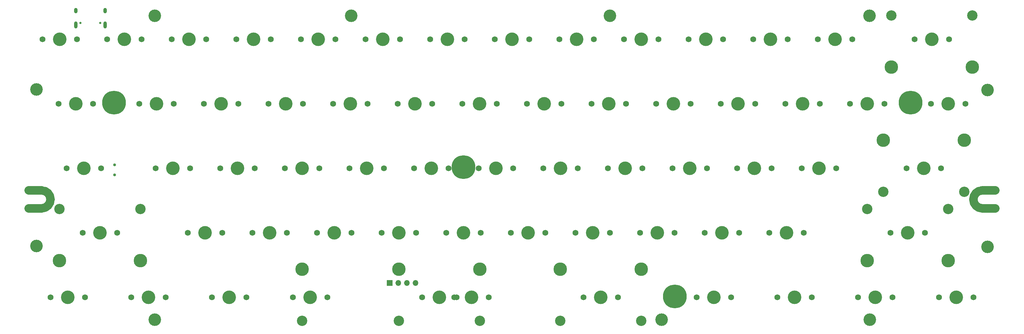
<source format=gts>
G04 #@! TF.GenerationSoftware,KiCad,Pcbnew,7.0.5*
G04 #@! TF.CreationDate,2023-07-04T23:38:25+09:00*
G04 #@! TF.ProjectId,Hotp4ck60,486f7470-3463-46b3-9630-2e6b69636164,rev?*
G04 #@! TF.SameCoordinates,Original*
G04 #@! TF.FileFunction,Soldermask,Top*
G04 #@! TF.FilePolarity,Negative*
%FSLAX46Y46*%
G04 Gerber Fmt 4.6, Leading zero omitted, Abs format (unit mm)*
G04 Created by KiCad (PCBNEW 7.0.5) date 2023-07-04 23:38:25*
%MOMM*%
%LPD*%
G01*
G04 APERTURE LIST*
%ADD10C,2.501900*%
%ADD11C,1.750000*%
%ADD12C,4.000000*%
%ADD13C,3.048000*%
%ADD14C,3.987800*%
%ADD15C,1.000000*%
%ADD16C,7.001300*%
%ADD17C,7.000240*%
%ADD18C,3.700000*%
%ADD19R,1.700000X1.700000*%
%ADD20O,1.700000X1.700000*%
%ADD21C,0.850000*%
%ADD22O,1.000000X2.100000*%
%ADD23O,1.000000X1.600000*%
%ADD24C,0.650000*%
G04 APERTURE END LIST*
D10*
X71812500Y-141486550D02*
X75612500Y-141486550D01*
X71812500Y-146788450D02*
X75612500Y-146788450D01*
X353012500Y-141486550D02*
X356812500Y-141486550D01*
X353012500Y-146788450D02*
X356862500Y-146788450D01*
X78263450Y-144137500D02*
G75*
G03*
X75612500Y-141486550I-2650949J1D01*
G01*
X75612500Y-146788450D02*
G75*
G03*
X78263450Y-144137500I1J2650949D01*
G01*
X353012500Y-141486550D02*
G75*
G03*
X350361550Y-144137500I0J-2650950D01*
G01*
X350361550Y-144137500D02*
G75*
G03*
X353012500Y-146788450I2650950J0D01*
G01*
D11*
X94932500Y-96837500D03*
D12*
X100012500Y-96837500D03*
D11*
X105092500Y-96837500D03*
X75882500Y-96837500D03*
D12*
X80962500Y-96837500D03*
D11*
X86042500Y-96837500D03*
X325913750Y-153987500D03*
D12*
X330993750Y-153987500D03*
D11*
X336073750Y-153987500D03*
X125888750Y-173037500D03*
D12*
X130968750Y-173037500D03*
D11*
X136048750Y-173037500D03*
D13*
X252406250Y-180022500D03*
D14*
X252406250Y-164782500D03*
D13*
X152406250Y-180022500D03*
D14*
X152406250Y-164782500D03*
D11*
X143192500Y-96837500D03*
D12*
X138112500Y-96837500D03*
D11*
X133032500Y-96837500D03*
X268763750Y-173037500D03*
D12*
X273843750Y-173037500D03*
D11*
X278923750Y-173037500D03*
X204470000Y-134937500D03*
D12*
X209550000Y-134937500D03*
D11*
X214630000Y-134937500D03*
X271145000Y-153987500D03*
D12*
X276225000Y-153987500D03*
D11*
X281305000Y-153987500D03*
D13*
X204819250Y-180022500D03*
D14*
X204819250Y-164782500D03*
D13*
X180943250Y-180022500D03*
D14*
X180943250Y-164782500D03*
D11*
X194945000Y-153987500D03*
D12*
X200025000Y-153987500D03*
D11*
X205105000Y-153987500D03*
X330676250Y-134937500D03*
D12*
X335756250Y-134937500D03*
D11*
X340836250Y-134937500D03*
X228282500Y-96837500D03*
D12*
X233362500Y-96837500D03*
D11*
X238442500Y-96837500D03*
X156845000Y-153987500D03*
D12*
X161925000Y-153987500D03*
D11*
X167005000Y-153987500D03*
X166370000Y-134937500D03*
D12*
X171450000Y-134937500D03*
D11*
X176530000Y-134937500D03*
X113982500Y-96837500D03*
D12*
X119062500Y-96837500D03*
D11*
X124142500Y-96837500D03*
D13*
X347694250Y-141922500D03*
D14*
X347694250Y-126682500D03*
D13*
X323818250Y-141922500D03*
D14*
X323818250Y-126682500D03*
D15*
X73570465Y-141537500D03*
X73570465Y-146737500D03*
X75612500Y-141537500D03*
X75612500Y-146737500D03*
X77450978Y-142299022D03*
X77450978Y-145975978D03*
X78212500Y-144137500D03*
X94712500Y-115537500D03*
X95386154Y-113911154D03*
X95386154Y-117163846D03*
X97012500Y-113237500D03*
D16*
X97012500Y-115537500D03*
D15*
X97012500Y-117837500D03*
X98638846Y-113911154D03*
X98638846Y-117163846D03*
X99312500Y-115537500D03*
X198812500Y-132337500D03*
X198812500Y-136937500D03*
X200012500Y-132337500D03*
D17*
X200012500Y-134637500D03*
D15*
X200012500Y-136937500D03*
X201212500Y-132337500D03*
X201212500Y-136937500D03*
X261112500Y-170537500D03*
X261112500Y-175137500D03*
X262312500Y-170537500D03*
D17*
X262312500Y-172837500D03*
D15*
X262312500Y-175137500D03*
X263512500Y-170537500D03*
X263512500Y-175137500D03*
X330662500Y-113237500D03*
X330662500Y-117837500D03*
X331862500Y-113237500D03*
D17*
X331862500Y-115537500D03*
D15*
X331862500Y-117837500D03*
X333062500Y-113220500D03*
X333062500Y-117837500D03*
X350412500Y-144137500D03*
X351174022Y-142299022D03*
X351174022Y-145975978D03*
X353012500Y-141537500D03*
X353012500Y-146737500D03*
X355054535Y-141537500D03*
X355054535Y-146737500D03*
D18*
X74112500Y-111637500D03*
X74112500Y-157937500D03*
X109012500Y-89937500D03*
X109012500Y-179637500D03*
X166912500Y-89937500D03*
X243212500Y-89937500D03*
X258404500Y-179645500D03*
X319712500Y-89937500D03*
X319812500Y-179637500D03*
X354512500Y-111837500D03*
X354512500Y-158137500D03*
D11*
X314007500Y-115887500D03*
D12*
X319087500Y-115887500D03*
D11*
X324167500Y-115887500D03*
X147320000Y-134937500D03*
D12*
X152400000Y-134937500D03*
D11*
X157480000Y-134937500D03*
X237807500Y-115887500D03*
D12*
X242887500Y-115887500D03*
D11*
X247967500Y-115887500D03*
X137795000Y-153987500D03*
D12*
X142875000Y-153987500D03*
D11*
X147955000Y-153987500D03*
X161607500Y-115887500D03*
D12*
X166687500Y-115887500D03*
D11*
X171767500Y-115887500D03*
X185420000Y-134937500D03*
D12*
X190500000Y-134937500D03*
D11*
X195580000Y-134937500D03*
X316388750Y-173037500D03*
D12*
X321468750Y-173037500D03*
D11*
X326548750Y-173037500D03*
X123507500Y-115887500D03*
D12*
X128587500Y-115887500D03*
D11*
X133667500Y-115887500D03*
X190182500Y-96837500D03*
D12*
X195262500Y-96837500D03*
D11*
X200342500Y-96837500D03*
X152082500Y-96837500D03*
D12*
X157162500Y-96837500D03*
D11*
X162242500Y-96837500D03*
X275907500Y-115887500D03*
D12*
X280987500Y-115887500D03*
D11*
X286067500Y-115887500D03*
X149701250Y-173037500D03*
D12*
X154781250Y-173037500D03*
D11*
X159861250Y-173037500D03*
D19*
X178250000Y-168860000D03*
D20*
X180790000Y-168860000D03*
X183330000Y-168860000D03*
X185870000Y-168860000D03*
D11*
X299720000Y-134937500D03*
D12*
X304800000Y-134937500D03*
D11*
X309880000Y-134937500D03*
X175895000Y-153987500D03*
D12*
X180975000Y-153987500D03*
D11*
X186055000Y-153987500D03*
D13*
X252444250Y-180022500D03*
D14*
X252444250Y-164782500D03*
D13*
X228568250Y-180022500D03*
D14*
X228568250Y-164782500D03*
D11*
X118745000Y-153987500D03*
D12*
X123825000Y-153987500D03*
D11*
X128905000Y-153987500D03*
D13*
X319055750Y-147002500D03*
D14*
X319055750Y-162242500D03*
D13*
X342931750Y-147002500D03*
D14*
X342931750Y-162242500D03*
D11*
X252095000Y-153987500D03*
D12*
X257175000Y-153987500D03*
D11*
X262255000Y-153987500D03*
X233045000Y-153987500D03*
D12*
X238125000Y-153987500D03*
D11*
X243205000Y-153987500D03*
X333057500Y-96837500D03*
D12*
X338137500Y-96837500D03*
D11*
X343217500Y-96837500D03*
X213995000Y-153987500D03*
D12*
X219075000Y-153987500D03*
D11*
X224155000Y-153987500D03*
X180657500Y-115887500D03*
D12*
X185737500Y-115887500D03*
D11*
X190817500Y-115887500D03*
X128270000Y-134937500D03*
D12*
X133350000Y-134937500D03*
D11*
X138430000Y-134937500D03*
X104457500Y-115887500D03*
D12*
X109537500Y-115887500D03*
D11*
X114617500Y-115887500D03*
X102076250Y-173037500D03*
D12*
X107156250Y-173037500D03*
D11*
X112236250Y-173037500D03*
X109220000Y-134937500D03*
D12*
X114300000Y-134937500D03*
D11*
X119380000Y-134937500D03*
X209232500Y-96837500D03*
D12*
X214312500Y-96837500D03*
D11*
X219392500Y-96837500D03*
X142557500Y-115887500D03*
D12*
X147637500Y-115887500D03*
D11*
X152717500Y-115887500D03*
X294957500Y-115887500D03*
D12*
X300037500Y-115887500D03*
D11*
X305117500Y-115887500D03*
D13*
X326199500Y-89852500D03*
D14*
X326199500Y-105092500D03*
D13*
X350075500Y-89852500D03*
D14*
X350075500Y-105092500D03*
D11*
X337820000Y-115887500D03*
D12*
X342900000Y-115887500D03*
D11*
X347980000Y-115887500D03*
X80645000Y-115887500D03*
D12*
X85725000Y-115887500D03*
D11*
X90805000Y-115887500D03*
X199707500Y-115887500D03*
D12*
X204787500Y-115887500D03*
D11*
X209867500Y-115887500D03*
X197326250Y-173037500D03*
D12*
X202406250Y-173037500D03*
D11*
X207486250Y-173037500D03*
X340201250Y-173037500D03*
D12*
X345281250Y-173037500D03*
D11*
X350361250Y-173037500D03*
X285432500Y-96837500D03*
D12*
X290512500Y-96837500D03*
D11*
X295592500Y-96837500D03*
X171132500Y-96837500D03*
D12*
X176212500Y-96837500D03*
D11*
X181292500Y-96837500D03*
X242570000Y-134937500D03*
D12*
X247650000Y-134937500D03*
D11*
X252730000Y-134937500D03*
X235426250Y-173037500D03*
D12*
X240506250Y-173037500D03*
D11*
X245586250Y-173037500D03*
D13*
X80930750Y-147002500D03*
D14*
X80930750Y-162242500D03*
D13*
X104806750Y-147002500D03*
D14*
X104806750Y-162242500D03*
D11*
X218757500Y-115887500D03*
D12*
X223837500Y-115887500D03*
D11*
X228917500Y-115887500D03*
X187801250Y-173037500D03*
D12*
X192881250Y-173037500D03*
D11*
X197961250Y-173037500D03*
X223520000Y-134937500D03*
D12*
X228600000Y-134937500D03*
D11*
X233680000Y-134937500D03*
X83026250Y-134937500D03*
D12*
X88106250Y-134937500D03*
D11*
X93186250Y-134937500D03*
X78263750Y-173037500D03*
D12*
X83343750Y-173037500D03*
D11*
X88423750Y-173037500D03*
X290195000Y-153987500D03*
D12*
X295275000Y-153987500D03*
D11*
X300355000Y-153987500D03*
X247332500Y-96837500D03*
D12*
X252412500Y-96837500D03*
D11*
X257492500Y-96837500D03*
X280670000Y-134937500D03*
D12*
X285750000Y-134937500D03*
D11*
X290830000Y-134937500D03*
X256857500Y-115887500D03*
D12*
X261937500Y-115887500D03*
D11*
X267017500Y-115887500D03*
X304482500Y-96837500D03*
D12*
X309562500Y-96837500D03*
D11*
X314642500Y-96837500D03*
X261620000Y-134937500D03*
D12*
X266700000Y-134937500D03*
D11*
X271780000Y-134937500D03*
X87788750Y-153987500D03*
D12*
X92868750Y-153987500D03*
D11*
X97948750Y-153987500D03*
X292576250Y-173037500D03*
D12*
X297656250Y-173037500D03*
D11*
X302736250Y-173037500D03*
X266382500Y-96837500D03*
D12*
X271462500Y-96837500D03*
D11*
X276542500Y-96837500D03*
D21*
X97120000Y-136910000D03*
X97120000Y-133910000D03*
D22*
X94330000Y-92600000D03*
D23*
X94330000Y-88420000D03*
D22*
X85690000Y-92600000D03*
D23*
X85690000Y-88420000D03*
D24*
X92900000Y-92070000D03*
X87120000Y-92070000D03*
M02*

</source>
